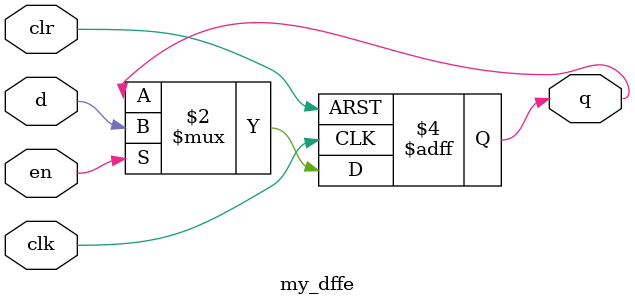
<source format=v>
module my_dffe(
    output reg q,
    input d,
    input clk,
    input en,
    input clr
);
    always @(posedge clk or posedge clr) begin
        if (clr)      q <= 1'b0;
        else if (en)  q <= d;
    end
endmodule

</source>
